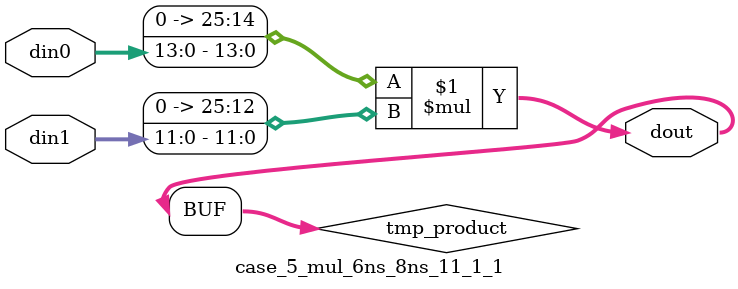
<source format=v>

`timescale 1 ns / 1 ps

 (* use_dsp = "no" *)  module case_5_mul_6ns_8ns_11_1_1(din0, din1, dout);
parameter ID = 1;
parameter NUM_STAGE = 0;
parameter din0_WIDTH = 14;
parameter din1_WIDTH = 12;
parameter dout_WIDTH = 26;

input [din0_WIDTH - 1 : 0] din0; 
input [din1_WIDTH - 1 : 0] din1; 
output [dout_WIDTH - 1 : 0] dout;

wire signed [dout_WIDTH - 1 : 0] tmp_product;
























assign tmp_product = $signed({1'b0, din0}) * $signed({1'b0, din1});











assign dout = tmp_product;





















endmodule

</source>
